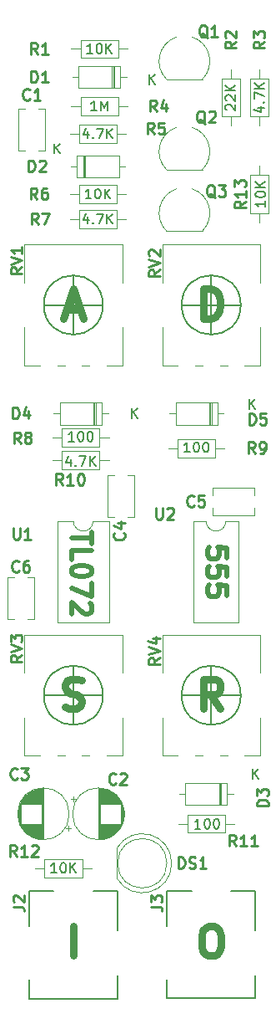
<source format=gto>
%TF.GenerationSoftware,KiCad,Pcbnew,(6.0.1)*%
%TF.CreationDate,2023-01-30T11:27:30-05:00*%
%TF.ProjectId,ER-ADSR-555-01,45522d41-4453-4522-9d35-35352d30312e,3*%
%TF.SameCoordinates,Original*%
%TF.FileFunction,Legend,Top*%
%TF.FilePolarity,Positive*%
%FSLAX46Y46*%
G04 Gerber Fmt 4.6, Leading zero omitted, Abs format (unit mm)*
G04 Created by KiCad (PCBNEW (6.0.1)) date 2023-01-30 11:27:30*
%MOMM*%
%LPD*%
G01*
G04 APERTURE LIST*
%ADD10C,0.750000*%
%ADD11C,0.500000*%
%ADD12C,0.285750*%
%ADD13C,0.150000*%
%ADD14C,0.120000*%
%ADD15C,0.200000*%
G04 APERTURE END LIST*
D10*
X7000000Y-94857142D02*
X7000000Y-91857142D01*
X6285714Y-29500000D02*
X7714285Y-29500000D01*
X6000000Y-30357142D02*
X7000000Y-27357142D01*
X8000000Y-30357142D01*
X6142857Y-69714285D02*
X6571428Y-69857142D01*
X7285714Y-69857142D01*
X7571428Y-69714285D01*
X7714285Y-69571428D01*
X7857142Y-69285714D01*
X7857142Y-69000000D01*
X7714285Y-68714285D01*
X7571428Y-68571428D01*
X7285714Y-68428571D01*
X6714285Y-68285714D01*
X6428571Y-68142857D01*
X6285714Y-68000000D01*
X6142857Y-67714285D01*
X6142857Y-67428571D01*
X6285714Y-67142857D01*
X6428571Y-67000000D01*
X6714285Y-66857142D01*
X7428571Y-66857142D01*
X7857142Y-67000000D01*
X20714285Y-91857142D02*
X21285714Y-91857142D01*
X21571428Y-92000000D01*
X21857142Y-92285714D01*
X22000000Y-92857142D01*
X22000000Y-93857142D01*
X21857142Y-94428571D01*
X21571428Y-94714285D01*
X21285714Y-94857142D01*
X20714285Y-94857142D01*
X20428571Y-94714285D01*
X20142857Y-94428571D01*
X20000000Y-93857142D01*
X20000000Y-92857142D01*
X20142857Y-92285714D01*
X20428571Y-92000000D01*
X20714285Y-91857142D01*
X21928571Y-69857142D02*
X20928571Y-68428571D01*
X20214285Y-69857142D02*
X20214285Y-66857142D01*
X21357142Y-66857142D01*
X21642857Y-67000000D01*
X21785714Y-67142857D01*
X21928571Y-67428571D01*
X21928571Y-67857142D01*
X21785714Y-68142857D01*
X21642857Y-68285714D01*
X21357142Y-68428571D01*
X20214285Y-68428571D01*
D11*
X22595238Y-54571428D02*
X22595238Y-53619047D01*
X21642857Y-53523809D01*
X21738095Y-53619047D01*
X21833333Y-53809523D01*
X21833333Y-54285714D01*
X21738095Y-54476190D01*
X21642857Y-54571428D01*
X21452380Y-54666666D01*
X20976190Y-54666666D01*
X20785714Y-54571428D01*
X20690476Y-54476190D01*
X20595238Y-54285714D01*
X20595238Y-53809523D01*
X20690476Y-53619047D01*
X20785714Y-53523809D01*
X22595238Y-56476190D02*
X22595238Y-55523809D01*
X21642857Y-55428571D01*
X21738095Y-55523809D01*
X21833333Y-55714285D01*
X21833333Y-56190476D01*
X21738095Y-56380952D01*
X21642857Y-56476190D01*
X21452380Y-56571428D01*
X20976190Y-56571428D01*
X20785714Y-56476190D01*
X20690476Y-56380952D01*
X20595238Y-56190476D01*
X20595238Y-55714285D01*
X20690476Y-55523809D01*
X20785714Y-55428571D01*
X22595238Y-58380952D02*
X22595238Y-57428571D01*
X21642857Y-57333333D01*
X21738095Y-57428571D01*
X21833333Y-57619047D01*
X21833333Y-58095238D01*
X21738095Y-58285714D01*
X21642857Y-58380952D01*
X21452380Y-58476190D01*
X20976190Y-58476190D01*
X20785714Y-58380952D01*
X20690476Y-58285714D01*
X20595238Y-58095238D01*
X20595238Y-57619047D01*
X20690476Y-57428571D01*
X20785714Y-57333333D01*
D10*
X20214285Y-30357142D02*
X20214285Y-27357142D01*
X20928571Y-27357142D01*
X21357142Y-27500000D01*
X21642857Y-27785714D01*
X21785714Y-28071428D01*
X21928571Y-28642857D01*
X21928571Y-29071428D01*
X21785714Y-29642857D01*
X21642857Y-29928571D01*
X21357142Y-30214285D01*
X20928571Y-30357142D01*
X20214285Y-30357142D01*
D11*
X8845238Y-52011904D02*
X8845238Y-53154761D01*
X6845238Y-52583333D02*
X8845238Y-52583333D01*
X6845238Y-54773809D02*
X6845238Y-53821428D01*
X8845238Y-53821428D01*
X8845238Y-55821428D02*
X8845238Y-56011904D01*
X8750000Y-56202380D01*
X8654761Y-56297619D01*
X8464285Y-56392857D01*
X8083333Y-56488095D01*
X7607142Y-56488095D01*
X7226190Y-56392857D01*
X7035714Y-56297619D01*
X6940476Y-56202380D01*
X6845238Y-56011904D01*
X6845238Y-55821428D01*
X6940476Y-55630952D01*
X7035714Y-55535714D01*
X7226190Y-55440476D01*
X7607142Y-55345238D01*
X8083333Y-55345238D01*
X8464285Y-55440476D01*
X8654761Y-55535714D01*
X8750000Y-55630952D01*
X8845238Y-55821428D01*
X8845238Y-57154761D02*
X8845238Y-58488095D01*
X6845238Y-57630952D01*
X8654761Y-59154761D02*
X8750000Y-59250000D01*
X8845238Y-59440476D01*
X8845238Y-59916666D01*
X8750000Y-60107142D01*
X8654761Y-60202380D01*
X8464285Y-60297619D01*
X8273809Y-60297619D01*
X7988095Y-60202380D01*
X6845238Y-59059523D01*
X6845238Y-60297619D01*
D12*
%TO.C,D5*%
X24861157Y-41106271D02*
X24861157Y-39963271D01*
X25133300Y-39963271D01*
X25296585Y-40017700D01*
X25405442Y-40126557D01*
X25459871Y-40235414D01*
X25514300Y-40453128D01*
X25514300Y-40616414D01*
X25459871Y-40834128D01*
X25405442Y-40942985D01*
X25296585Y-41051842D01*
X25133300Y-41106271D01*
X24861157Y-41106271D01*
X26548442Y-39963271D02*
X26004157Y-39963271D01*
X25949728Y-40507557D01*
X26004157Y-40453128D01*
X26113014Y-40398700D01*
X26385157Y-40398700D01*
X26494014Y-40453128D01*
X26548442Y-40507557D01*
X26602871Y-40616414D01*
X26602871Y-40888557D01*
X26548442Y-40997414D01*
X26494014Y-41051842D01*
X26385157Y-41106271D01*
X26113014Y-41106271D01*
X26004157Y-41051842D01*
X25949728Y-40997414D01*
D13*
X24884095Y-39517580D02*
X24884095Y-38517580D01*
X25455523Y-39517580D02*
X25026952Y-38946152D01*
X25455523Y-38517580D02*
X24884095Y-39089009D01*
D12*
%TO.C,RV3*%
X1767071Y-64430357D02*
X1222785Y-64811357D01*
X1767071Y-65083500D02*
X624071Y-65083500D01*
X624071Y-64648071D01*
X678500Y-64539214D01*
X732928Y-64484785D01*
X841785Y-64430357D01*
X1005071Y-64430357D01*
X1113928Y-64484785D01*
X1168357Y-64539214D01*
X1222785Y-64648071D01*
X1222785Y-65083500D01*
X624071Y-64103785D02*
X1767071Y-63722785D01*
X624071Y-63341785D01*
X624071Y-63069642D02*
X624071Y-62362071D01*
X1059500Y-62743071D01*
X1059500Y-62579785D01*
X1113928Y-62470928D01*
X1168357Y-62416500D01*
X1277214Y-62362071D01*
X1549357Y-62362071D01*
X1658214Y-62416500D01*
X1712642Y-62470928D01*
X1767071Y-62579785D01*
X1767071Y-62906357D01*
X1712642Y-63015214D01*
X1658214Y-63069642D01*
%TO.C,R3*%
X26425071Y-2348500D02*
X25880785Y-2729500D01*
X26425071Y-3001642D02*
X25282071Y-3001642D01*
X25282071Y-2566214D01*
X25336500Y-2457357D01*
X25390928Y-2402928D01*
X25499785Y-2348500D01*
X25663071Y-2348500D01*
X25771928Y-2402928D01*
X25826357Y-2457357D01*
X25880785Y-2566214D01*
X25880785Y-3001642D01*
X25282071Y-1967500D02*
X25282071Y-1259928D01*
X25717500Y-1640928D01*
X25717500Y-1477642D01*
X25771928Y-1368785D01*
X25826357Y-1314357D01*
X25935214Y-1259928D01*
X26207357Y-1259928D01*
X26316214Y-1314357D01*
X26370642Y-1368785D01*
X26425071Y-1477642D01*
X26425071Y-1804214D01*
X26370642Y-1913071D01*
X26316214Y-1967500D01*
D13*
X25693714Y-9023809D02*
X26360380Y-9023809D01*
X25312761Y-9261904D02*
X26027047Y-9500000D01*
X26027047Y-8880952D01*
X26265142Y-8500000D02*
X26312761Y-8452380D01*
X26360380Y-8500000D01*
X26312761Y-8547619D01*
X26265142Y-8500000D01*
X26360380Y-8500000D01*
X25360380Y-8119047D02*
X25360380Y-7452380D01*
X26360380Y-7880952D01*
X26360380Y-7071428D02*
X25360380Y-7071428D01*
X26360380Y-6500000D02*
X25788952Y-6928571D01*
X25360380Y-6500000D02*
X25931809Y-7071428D01*
D12*
%TO.C,D4*%
X832757Y-40496671D02*
X832757Y-39353671D01*
X1104900Y-39353671D01*
X1268185Y-39408100D01*
X1377042Y-39516957D01*
X1431471Y-39625814D01*
X1485900Y-39843528D01*
X1485900Y-40006814D01*
X1431471Y-40224528D01*
X1377042Y-40333385D01*
X1268185Y-40442242D01*
X1104900Y-40496671D01*
X832757Y-40496671D01*
X2465614Y-39734671D02*
X2465614Y-40496671D01*
X2193471Y-39299242D02*
X1921328Y-40115671D01*
X2628900Y-40115671D01*
D13*
X12946095Y-40431980D02*
X12946095Y-39431980D01*
X13517523Y-40431980D02*
X13088952Y-39860552D01*
X13517523Y-39431980D02*
X12946095Y-40003409D01*
D12*
%TO.C,Q2*%
X20391142Y-10625928D02*
X20282285Y-10571500D01*
X20173428Y-10462642D01*
X20010142Y-10299357D01*
X19901285Y-10244928D01*
X19792428Y-10244928D01*
X19846857Y-10517071D02*
X19738000Y-10462642D01*
X19629142Y-10353785D01*
X19574714Y-10136071D01*
X19574714Y-9755071D01*
X19629142Y-9537357D01*
X19738000Y-9428500D01*
X19846857Y-9374071D01*
X20064571Y-9374071D01*
X20173428Y-9428500D01*
X20282285Y-9537357D01*
X20336714Y-9755071D01*
X20336714Y-10136071D01*
X20282285Y-10353785D01*
X20173428Y-10462642D01*
X20064571Y-10517071D01*
X19846857Y-10517071D01*
X20772142Y-9482928D02*
X20826571Y-9428500D01*
X20935428Y-9374071D01*
X21207571Y-9374071D01*
X21316428Y-9428500D01*
X21370857Y-9482928D01*
X21425285Y-9591785D01*
X21425285Y-9700642D01*
X21370857Y-9863928D01*
X20717714Y-10517071D01*
X21425285Y-10517071D01*
%TO.C,C1*%
X2559500Y-8158214D02*
X2505071Y-8212642D01*
X2341785Y-8267071D01*
X2232928Y-8267071D01*
X2069642Y-8212642D01*
X1960785Y-8103785D01*
X1906357Y-7994928D01*
X1851928Y-7777214D01*
X1851928Y-7613928D01*
X1906357Y-7396214D01*
X1960785Y-7287357D01*
X2069642Y-7178500D01*
X2232928Y-7124071D01*
X2341785Y-7124071D01*
X2505071Y-7178500D01*
X2559500Y-7232928D01*
X3648071Y-8267071D02*
X2994928Y-8267071D01*
X3321500Y-8267071D02*
X3321500Y-7124071D01*
X3212642Y-7287357D01*
X3103785Y-7396214D01*
X2994928Y-7450642D01*
%TO.C,R7*%
X3406300Y-20840671D02*
X3025300Y-20296385D01*
X2753157Y-20840671D02*
X2753157Y-19697671D01*
X3188585Y-19697671D01*
X3297442Y-19752100D01*
X3351871Y-19806528D01*
X3406300Y-19915385D01*
X3406300Y-20078671D01*
X3351871Y-20187528D01*
X3297442Y-20241957D01*
X3188585Y-20296385D01*
X2753157Y-20296385D01*
X3787300Y-19697671D02*
X4549300Y-19697671D01*
X4059442Y-20840671D01*
D13*
X8476190Y-20105714D02*
X8476190Y-20772380D01*
X8238095Y-19724761D02*
X8000000Y-20439047D01*
X8619047Y-20439047D01*
X9000000Y-20677142D02*
X9047619Y-20724761D01*
X9000000Y-20772380D01*
X8952380Y-20724761D01*
X9000000Y-20677142D01*
X9000000Y-20772380D01*
X9380952Y-19772380D02*
X10047619Y-19772380D01*
X9619047Y-20772380D01*
X10428571Y-20772380D02*
X10428571Y-19772380D01*
X11000000Y-20772380D02*
X10571428Y-20200952D01*
X11000000Y-19772380D02*
X10428571Y-20343809D01*
D12*
%TO.C,R9*%
X25438100Y-44001871D02*
X25057100Y-43457585D01*
X24784957Y-44001871D02*
X24784957Y-42858871D01*
X25220385Y-42858871D01*
X25329242Y-42913300D01*
X25383671Y-42967728D01*
X25438100Y-43076585D01*
X25438100Y-43239871D01*
X25383671Y-43348728D01*
X25329242Y-43403157D01*
X25220385Y-43457585D01*
X24784957Y-43457585D01*
X25982385Y-44001871D02*
X26200100Y-44001871D01*
X26308957Y-43947442D01*
X26363385Y-43893014D01*
X26472242Y-43729728D01*
X26526671Y-43512014D01*
X26526671Y-43076585D01*
X26472242Y-42967728D01*
X26417814Y-42913300D01*
X26308957Y-42858871D01*
X26091242Y-42858871D01*
X25982385Y-42913300D01*
X25927957Y-42967728D01*
X25873528Y-43076585D01*
X25873528Y-43348728D01*
X25927957Y-43457585D01*
X25982385Y-43512014D01*
X26091242Y-43566442D01*
X26308957Y-43566442D01*
X26417814Y-43512014D01*
X26472242Y-43457585D01*
X26526671Y-43348728D01*
D13*
X18833333Y-43886380D02*
X18261904Y-43886380D01*
X18547619Y-43886380D02*
X18547619Y-42886380D01*
X18452380Y-43029238D01*
X18357142Y-43124476D01*
X18261904Y-43172095D01*
X19452380Y-42886380D02*
X19547619Y-42886380D01*
X19642857Y-42934000D01*
X19690476Y-42981619D01*
X19738095Y-43076857D01*
X19785714Y-43267333D01*
X19785714Y-43505428D01*
X19738095Y-43695904D01*
X19690476Y-43791142D01*
X19642857Y-43838761D01*
X19547619Y-43886380D01*
X19452380Y-43886380D01*
X19357142Y-43838761D01*
X19309523Y-43791142D01*
X19261904Y-43695904D01*
X19214285Y-43505428D01*
X19214285Y-43267333D01*
X19261904Y-43076857D01*
X19309523Y-42981619D01*
X19357142Y-42934000D01*
X19452380Y-42886380D01*
X20404761Y-42886380D02*
X20500000Y-42886380D01*
X20595238Y-42934000D01*
X20642857Y-42981619D01*
X20690476Y-43076857D01*
X20738095Y-43267333D01*
X20738095Y-43505428D01*
X20690476Y-43695904D01*
X20642857Y-43791142D01*
X20595238Y-43838761D01*
X20500000Y-43886380D01*
X20404761Y-43886380D01*
X20309523Y-43838761D01*
X20261904Y-43791142D01*
X20214285Y-43695904D01*
X20166666Y-43505428D01*
X20166666Y-43267333D01*
X20214285Y-43076857D01*
X20261904Y-42981619D01*
X20309523Y-42934000D01*
X20404761Y-42886380D01*
D12*
%TO.C,RV2*%
X15767071Y-25430357D02*
X15222785Y-25811357D01*
X15767071Y-26083500D02*
X14624071Y-26083500D01*
X14624071Y-25648071D01*
X14678500Y-25539214D01*
X14732928Y-25484785D01*
X14841785Y-25430357D01*
X15005071Y-25430357D01*
X15113928Y-25484785D01*
X15168357Y-25539214D01*
X15222785Y-25648071D01*
X15222785Y-26083500D01*
X14624071Y-25103785D02*
X15767071Y-24722785D01*
X14624071Y-24341785D01*
X14732928Y-24015214D02*
X14678500Y-23960785D01*
X14624071Y-23851928D01*
X14624071Y-23579785D01*
X14678500Y-23470928D01*
X14732928Y-23416500D01*
X14841785Y-23362071D01*
X14950642Y-23362071D01*
X15113928Y-23416500D01*
X15767071Y-24069642D01*
X15767071Y-23362071D01*
%TO.C,C2*%
X11309500Y-77408214D02*
X11255071Y-77462642D01*
X11091785Y-77517071D01*
X10982928Y-77517071D01*
X10819642Y-77462642D01*
X10710785Y-77353785D01*
X10656357Y-77244928D01*
X10601928Y-77027214D01*
X10601928Y-76863928D01*
X10656357Y-76646214D01*
X10710785Y-76537357D01*
X10819642Y-76428500D01*
X10982928Y-76374071D01*
X11091785Y-76374071D01*
X11255071Y-76428500D01*
X11309500Y-76482928D01*
X11744928Y-76482928D02*
X11799357Y-76428500D01*
X11908214Y-76374071D01*
X12180357Y-76374071D01*
X12289214Y-76428500D01*
X12343642Y-76482928D01*
X12398071Y-76591785D01*
X12398071Y-76700642D01*
X12343642Y-76863928D01*
X11690500Y-77517071D01*
X12398071Y-77517071D01*
%TO.C,R11*%
X23515213Y-83767061D02*
X23134213Y-83222775D01*
X22862070Y-83767061D02*
X22862070Y-82624061D01*
X23297499Y-82624061D01*
X23406356Y-82678490D01*
X23460784Y-82732918D01*
X23515213Y-82841775D01*
X23515213Y-83005061D01*
X23460784Y-83113918D01*
X23406356Y-83168347D01*
X23297499Y-83222775D01*
X22862070Y-83222775D01*
X24603784Y-83767061D02*
X23950641Y-83767061D01*
X24277213Y-83767061D02*
X24277213Y-82624061D01*
X24168356Y-82787347D01*
X24059499Y-82896204D01*
X23950641Y-82950632D01*
X25692356Y-83767061D02*
X25039213Y-83767061D01*
X25365784Y-83767061D02*
X25365784Y-82624061D01*
X25256927Y-82787347D01*
X25148070Y-82896204D01*
X25039213Y-82950632D01*
D13*
X19911333Y-82004380D02*
X19339904Y-82004380D01*
X19625619Y-82004380D02*
X19625619Y-81004380D01*
X19530380Y-81147238D01*
X19435142Y-81242476D01*
X19339904Y-81290095D01*
X20530380Y-81004380D02*
X20625619Y-81004380D01*
X20720857Y-81052000D01*
X20768476Y-81099619D01*
X20816095Y-81194857D01*
X20863714Y-81385333D01*
X20863714Y-81623428D01*
X20816095Y-81813904D01*
X20768476Y-81909142D01*
X20720857Y-81956761D01*
X20625619Y-82004380D01*
X20530380Y-82004380D01*
X20435142Y-81956761D01*
X20387523Y-81909142D01*
X20339904Y-81813904D01*
X20292285Y-81623428D01*
X20292285Y-81385333D01*
X20339904Y-81194857D01*
X20387523Y-81099619D01*
X20435142Y-81052000D01*
X20530380Y-81004380D01*
X21482761Y-81004380D02*
X21578000Y-81004380D01*
X21673238Y-81052000D01*
X21720857Y-81099619D01*
X21768476Y-81194857D01*
X21816095Y-81385333D01*
X21816095Y-81623428D01*
X21768476Y-81813904D01*
X21720857Y-81909142D01*
X21673238Y-81956761D01*
X21578000Y-82004380D01*
X21482761Y-82004380D01*
X21387523Y-81956761D01*
X21339904Y-81909142D01*
X21292285Y-81813904D01*
X21244666Y-81623428D01*
X21244666Y-81385333D01*
X21292285Y-81194857D01*
X21339904Y-81099619D01*
X21387523Y-81052000D01*
X21482761Y-81004380D01*
D12*
%TO.C,DS1*%
X17662071Y-86017078D02*
X17662071Y-84874078D01*
X17934214Y-84874078D01*
X18097500Y-84928507D01*
X18206357Y-85037364D01*
X18260785Y-85146221D01*
X18315214Y-85363935D01*
X18315214Y-85527221D01*
X18260785Y-85744935D01*
X18206357Y-85853792D01*
X18097500Y-85962649D01*
X17934214Y-86017078D01*
X17662071Y-86017078D01*
X18750642Y-85962649D02*
X18913928Y-86017078D01*
X19186071Y-86017078D01*
X19294928Y-85962649D01*
X19349357Y-85908221D01*
X19403785Y-85799364D01*
X19403785Y-85690507D01*
X19349357Y-85581649D01*
X19294928Y-85527221D01*
X19186071Y-85472792D01*
X18968357Y-85418364D01*
X18859500Y-85363935D01*
X18805071Y-85309507D01*
X18750642Y-85200649D01*
X18750642Y-85091792D01*
X18805071Y-84982935D01*
X18859500Y-84928507D01*
X18968357Y-84874078D01*
X19240500Y-84874078D01*
X19403785Y-84928507D01*
X20492357Y-86017078D02*
X19839214Y-86017078D01*
X20165785Y-86017078D02*
X20165785Y-84874078D01*
X20056928Y-85037364D01*
X19948071Y-85146221D01*
X19839214Y-85200649D01*
%TO.C,RV1*%
X1767071Y-25180357D02*
X1222785Y-25561357D01*
X1767071Y-25833500D02*
X624071Y-25833500D01*
X624071Y-25398071D01*
X678500Y-25289214D01*
X732928Y-25234785D01*
X841785Y-25180357D01*
X1005071Y-25180357D01*
X1113928Y-25234785D01*
X1168357Y-25289214D01*
X1222785Y-25398071D01*
X1222785Y-25833500D01*
X624071Y-24853785D02*
X1767071Y-24472785D01*
X624071Y-24091785D01*
X1767071Y-23112071D02*
X1767071Y-23765214D01*
X1767071Y-23438642D02*
X624071Y-23438642D01*
X787357Y-23547500D01*
X896214Y-23656357D01*
X950642Y-23765214D01*
%TO.C,D3*%
X26784671Y-79711242D02*
X25641671Y-79711242D01*
X25641671Y-79439100D01*
X25696100Y-79275814D01*
X25804957Y-79166957D01*
X25913814Y-79112528D01*
X26131528Y-79058100D01*
X26294814Y-79058100D01*
X26512528Y-79112528D01*
X26621385Y-79166957D01*
X26730242Y-79275814D01*
X26784671Y-79439100D01*
X26784671Y-79711242D01*
X25641671Y-78677100D02*
X25641671Y-77969528D01*
X26077100Y-78350528D01*
X26077100Y-78187242D01*
X26131528Y-78078385D01*
X26185957Y-78023957D01*
X26294814Y-77969528D01*
X26566957Y-77969528D01*
X26675814Y-78023957D01*
X26730242Y-78078385D01*
X26784671Y-78187242D01*
X26784671Y-78513814D01*
X26730242Y-78622671D01*
X26675814Y-78677100D01*
D13*
X25238095Y-76952380D02*
X25238095Y-75952380D01*
X25809523Y-76952380D02*
X25380952Y-76380952D01*
X25809523Y-75952380D02*
X25238095Y-76523809D01*
D12*
%TO.C,J3*%
X14874071Y-89881000D02*
X15690500Y-89881000D01*
X15853785Y-89935428D01*
X15962642Y-90044285D01*
X16017071Y-90207571D01*
X16017071Y-90316428D01*
X14874071Y-89445571D02*
X14874071Y-88738000D01*
X15309500Y-89119000D01*
X15309500Y-88955714D01*
X15363928Y-88846857D01*
X15418357Y-88792428D01*
X15527214Y-88738000D01*
X15799357Y-88738000D01*
X15908214Y-88792428D01*
X15962642Y-88846857D01*
X16017071Y-88955714D01*
X16017071Y-89282285D01*
X15962642Y-89391142D01*
X15908214Y-89445571D01*
%TO.C,R1*%
X3365500Y-3605071D02*
X2984500Y-3060785D01*
X2712357Y-3605071D02*
X2712357Y-2462071D01*
X3147785Y-2462071D01*
X3256642Y-2516500D01*
X3311071Y-2570928D01*
X3365500Y-2679785D01*
X3365500Y-2843071D01*
X3311071Y-2951928D01*
X3256642Y-3006357D01*
X3147785Y-3060785D01*
X2712357Y-3060785D01*
X4454071Y-3605071D02*
X3800928Y-3605071D01*
X4127500Y-3605071D02*
X4127500Y-2462071D01*
X4018642Y-2625357D01*
X3909785Y-2734214D01*
X3800928Y-2788642D01*
D13*
X8961523Y-3540380D02*
X8390095Y-3540380D01*
X8675809Y-3540380D02*
X8675809Y-2540380D01*
X8580571Y-2683238D01*
X8485333Y-2778476D01*
X8390095Y-2826095D01*
X9580571Y-2540380D02*
X9675809Y-2540380D01*
X9771047Y-2588000D01*
X9818666Y-2635619D01*
X9866285Y-2730857D01*
X9913904Y-2921333D01*
X9913904Y-3159428D01*
X9866285Y-3349904D01*
X9818666Y-3445142D01*
X9771047Y-3492761D01*
X9675809Y-3540380D01*
X9580571Y-3540380D01*
X9485333Y-3492761D01*
X9437714Y-3445142D01*
X9390095Y-3349904D01*
X9342476Y-3159428D01*
X9342476Y-2921333D01*
X9390095Y-2730857D01*
X9437714Y-2635619D01*
X9485333Y-2588000D01*
X9580571Y-2540380D01*
X10342476Y-3540380D02*
X10342476Y-2540380D01*
X10913904Y-3540380D02*
X10485333Y-2968952D01*
X10913904Y-2540380D02*
X10342476Y-3111809D01*
D12*
%TO.C,Q1*%
X20617542Y-1946728D02*
X20508685Y-1892300D01*
X20399828Y-1783442D01*
X20236542Y-1620157D01*
X20127685Y-1565728D01*
X20018828Y-1565728D01*
X20073257Y-1837871D02*
X19964400Y-1783442D01*
X19855542Y-1674585D01*
X19801114Y-1456871D01*
X19801114Y-1075871D01*
X19855542Y-858157D01*
X19964400Y-749300D01*
X20073257Y-694871D01*
X20290971Y-694871D01*
X20399828Y-749300D01*
X20508685Y-858157D01*
X20563114Y-1075871D01*
X20563114Y-1456871D01*
X20508685Y-1674585D01*
X20399828Y-1783442D01*
X20290971Y-1837871D01*
X20073257Y-1837871D01*
X21651685Y-1837871D02*
X20998542Y-1837871D01*
X21325114Y-1837871D02*
X21325114Y-694871D01*
X21216257Y-858157D01*
X21107400Y-967014D01*
X20998542Y-1021442D01*
%TO.C,R4*%
X15430500Y-9407071D02*
X15049500Y-8862785D01*
X14777357Y-9407071D02*
X14777357Y-8264071D01*
X15212785Y-8264071D01*
X15321642Y-8318500D01*
X15376071Y-8372928D01*
X15430500Y-8481785D01*
X15430500Y-8645071D01*
X15376071Y-8753928D01*
X15321642Y-8808357D01*
X15212785Y-8862785D01*
X14777357Y-8862785D01*
X16410214Y-8645071D02*
X16410214Y-9407071D01*
X16138071Y-8209642D02*
X15865928Y-9026071D01*
X16573500Y-9026071D01*
D13*
X9366285Y-9342380D02*
X8794857Y-9342380D01*
X9080571Y-9342380D02*
X9080571Y-8342380D01*
X8985333Y-8485238D01*
X8890095Y-8580476D01*
X8794857Y-8628095D01*
X9794857Y-9342380D02*
X9794857Y-8342380D01*
X10128190Y-9056666D01*
X10461523Y-8342380D01*
X10461523Y-9342380D01*
D12*
%TO.C,U2*%
X15385142Y-49539071D02*
X15385142Y-50464357D01*
X15439571Y-50573214D01*
X15494000Y-50627642D01*
X15602857Y-50682071D01*
X15820571Y-50682071D01*
X15929428Y-50627642D01*
X15983857Y-50573214D01*
X16038285Y-50464357D01*
X16038285Y-49539071D01*
X16528142Y-49647928D02*
X16582571Y-49593500D01*
X16691428Y-49539071D01*
X16963571Y-49539071D01*
X17072428Y-49593500D01*
X17126857Y-49647928D01*
X17181285Y-49756785D01*
X17181285Y-49865642D01*
X17126857Y-50028928D01*
X16473714Y-50682071D01*
X17181285Y-50682071D01*
%TO.C,D2*%
X2458357Y-15503071D02*
X2458357Y-14360071D01*
X2730500Y-14360071D01*
X2893785Y-14414500D01*
X3002642Y-14523357D01*
X3057071Y-14632214D01*
X3111500Y-14849928D01*
X3111500Y-15013214D01*
X3057071Y-15230928D01*
X3002642Y-15339785D01*
X2893785Y-15448642D01*
X2730500Y-15503071D01*
X2458357Y-15503071D01*
X3546928Y-14468928D02*
X3601357Y-14414500D01*
X3710214Y-14360071D01*
X3982357Y-14360071D01*
X4091214Y-14414500D01*
X4145642Y-14468928D01*
X4200071Y-14577785D01*
X4200071Y-14686642D01*
X4145642Y-14849928D01*
X3492500Y-15503071D01*
X4200071Y-15503071D01*
D13*
X5072095Y-13660380D02*
X5072095Y-12660380D01*
X5643523Y-13660380D02*
X5214952Y-13088952D01*
X5643523Y-12660380D02*
X5072095Y-13231809D01*
D12*
%TO.C,C3*%
X1309500Y-76908214D02*
X1255071Y-76962642D01*
X1091785Y-77017071D01*
X982928Y-77017071D01*
X819642Y-76962642D01*
X710785Y-76853785D01*
X656357Y-76744928D01*
X601928Y-76527214D01*
X601928Y-76363928D01*
X656357Y-76146214D01*
X710785Y-76037357D01*
X819642Y-75928500D01*
X982928Y-75874071D01*
X1091785Y-75874071D01*
X1255071Y-75928500D01*
X1309500Y-75982928D01*
X1690500Y-75874071D02*
X2398071Y-75874071D01*
X2017071Y-76309500D01*
X2180357Y-76309500D01*
X2289214Y-76363928D01*
X2343642Y-76418357D01*
X2398071Y-76527214D01*
X2398071Y-76799357D01*
X2343642Y-76908214D01*
X2289214Y-76962642D01*
X2180357Y-77017071D01*
X1853785Y-77017071D01*
X1744928Y-76962642D01*
X1690500Y-76908214D01*
%TO.C,R13*%
X24505070Y-18514785D02*
X23960784Y-18895785D01*
X24505070Y-19167928D02*
X23362070Y-19167928D01*
X23362070Y-18732500D01*
X23416499Y-18623642D01*
X23470927Y-18569214D01*
X23579784Y-18514785D01*
X23743070Y-18514785D01*
X23851927Y-18569214D01*
X23906356Y-18623642D01*
X23960784Y-18732500D01*
X23960784Y-19167928D01*
X24505070Y-17426214D02*
X24505070Y-18079357D01*
X24505070Y-17752785D02*
X23362070Y-17752785D01*
X23525356Y-17861642D01*
X23634213Y-17970500D01*
X23688641Y-18079357D01*
X23362070Y-17045214D02*
X23362070Y-16337642D01*
X23797499Y-16718642D01*
X23797499Y-16555357D01*
X23851927Y-16446500D01*
X23906356Y-16392071D01*
X24015213Y-16337642D01*
X24287356Y-16337642D01*
X24396213Y-16392071D01*
X24450641Y-16446500D01*
X24505070Y-16555357D01*
X24505070Y-16881928D01*
X24450641Y-16990785D01*
X24396213Y-17045214D01*
D13*
X26487380Y-18470476D02*
X26487380Y-19041904D01*
X26487380Y-18756190D02*
X25487380Y-18756190D01*
X25630238Y-18851428D01*
X25725476Y-18946666D01*
X25773095Y-19041904D01*
X25487380Y-17851428D02*
X25487380Y-17756190D01*
X25535000Y-17660952D01*
X25582619Y-17613333D01*
X25677857Y-17565714D01*
X25868333Y-17518095D01*
X26106428Y-17518095D01*
X26296904Y-17565714D01*
X26392142Y-17613333D01*
X26439761Y-17660952D01*
X26487380Y-17756190D01*
X26487380Y-17851428D01*
X26439761Y-17946666D01*
X26392142Y-17994285D01*
X26296904Y-18041904D01*
X26106428Y-18089523D01*
X25868333Y-18089523D01*
X25677857Y-18041904D01*
X25582619Y-17994285D01*
X25535000Y-17946666D01*
X25487380Y-17851428D01*
X26487380Y-17089523D02*
X25487380Y-17089523D01*
X26487380Y-16518095D02*
X25915952Y-16946666D01*
X25487380Y-16518095D02*
X26058809Y-17089523D01*
D12*
%TO.C,R2*%
X23517071Y-2348500D02*
X22972785Y-2729500D01*
X23517071Y-3001642D02*
X22374071Y-3001642D01*
X22374071Y-2566214D01*
X22428500Y-2457357D01*
X22482928Y-2402928D01*
X22591785Y-2348500D01*
X22755071Y-2348500D01*
X22863928Y-2402928D01*
X22918357Y-2457357D01*
X22972785Y-2566214D01*
X22972785Y-3001642D01*
X22482928Y-1913071D02*
X22428500Y-1858642D01*
X22374071Y-1749785D01*
X22374071Y-1477642D01*
X22428500Y-1368785D01*
X22482928Y-1314357D01*
X22591785Y-1259928D01*
X22700642Y-1259928D01*
X22863928Y-1314357D01*
X23517071Y-1967500D01*
X23517071Y-1259928D01*
D13*
X22547619Y-9261904D02*
X22500000Y-9214285D01*
X22452380Y-9119047D01*
X22452380Y-8880952D01*
X22500000Y-8785714D01*
X22547619Y-8738095D01*
X22642857Y-8690476D01*
X22738095Y-8690476D01*
X22880952Y-8738095D01*
X23452380Y-9309523D01*
X23452380Y-8690476D01*
X22547619Y-8309523D02*
X22500000Y-8261904D01*
X22452380Y-8166666D01*
X22452380Y-7928571D01*
X22500000Y-7833333D01*
X22547619Y-7785714D01*
X22642857Y-7738095D01*
X22738095Y-7738095D01*
X22880952Y-7785714D01*
X23452380Y-8357142D01*
X23452380Y-7738095D01*
X23452380Y-7309523D02*
X22452380Y-7309523D01*
X23452380Y-6738095D02*
X22880952Y-7166666D01*
X22452380Y-6738095D02*
X23023809Y-7309523D01*
D12*
%TO.C,J2*%
X874070Y-89880999D02*
X1690499Y-89880999D01*
X1853784Y-89935427D01*
X1962641Y-90044284D01*
X2017070Y-90207570D01*
X2017070Y-90316427D01*
X982927Y-89391141D02*
X928499Y-89336713D01*
X874070Y-89227856D01*
X874070Y-88955713D01*
X928499Y-88846856D01*
X982927Y-88792427D01*
X1091784Y-88737999D01*
X1200641Y-88737999D01*
X1363927Y-88792427D01*
X2017070Y-89445570D01*
X2017070Y-88737999D01*
%TO.C,C5*%
X19240500Y-49303214D02*
X19186071Y-49357642D01*
X19022785Y-49412071D01*
X18913928Y-49412071D01*
X18750642Y-49357642D01*
X18641785Y-49248785D01*
X18587357Y-49139928D01*
X18532928Y-48922214D01*
X18532928Y-48758928D01*
X18587357Y-48541214D01*
X18641785Y-48432357D01*
X18750642Y-48323500D01*
X18913928Y-48269071D01*
X19022785Y-48269071D01*
X19186071Y-48323500D01*
X19240500Y-48377928D01*
X20274642Y-48269071D02*
X19730357Y-48269071D01*
X19675928Y-48813357D01*
X19730357Y-48758928D01*
X19839214Y-48704500D01*
X20111357Y-48704500D01*
X20220214Y-48758928D01*
X20274642Y-48813357D01*
X20329071Y-48922214D01*
X20329071Y-49194357D01*
X20274642Y-49303214D01*
X20220214Y-49357642D01*
X20111357Y-49412071D01*
X19839214Y-49412071D01*
X19730357Y-49357642D01*
X19675928Y-49303214D01*
%TO.C,R10*%
X5920014Y-47202271D02*
X5539014Y-46657985D01*
X5266871Y-47202271D02*
X5266871Y-46059271D01*
X5702300Y-46059271D01*
X5811157Y-46113700D01*
X5865585Y-46168128D01*
X5920014Y-46276985D01*
X5920014Y-46440271D01*
X5865585Y-46549128D01*
X5811157Y-46603557D01*
X5702300Y-46657985D01*
X5266871Y-46657985D01*
X7008585Y-47202271D02*
X6355442Y-47202271D01*
X6682014Y-47202271D02*
X6682014Y-46059271D01*
X6573157Y-46222557D01*
X6464300Y-46331414D01*
X6355442Y-46385842D01*
X7716157Y-46059271D02*
X7825014Y-46059271D01*
X7933871Y-46113700D01*
X7988300Y-46168128D01*
X8042728Y-46276985D01*
X8097157Y-46494700D01*
X8097157Y-46766842D01*
X8042728Y-46984557D01*
X7988300Y-47093414D01*
X7933871Y-47147842D01*
X7825014Y-47202271D01*
X7716157Y-47202271D01*
X7607300Y-47147842D01*
X7552871Y-47093414D01*
X7498442Y-46984557D01*
X7444014Y-46766842D01*
X7444014Y-46494700D01*
X7498442Y-46276985D01*
X7552871Y-46168128D01*
X7607300Y-46113700D01*
X7716157Y-46059271D01*
D13*
X6726190Y-44645714D02*
X6726190Y-45312380D01*
X6488095Y-44264761D02*
X6250000Y-44979047D01*
X6869047Y-44979047D01*
X7250000Y-45217142D02*
X7297619Y-45264761D01*
X7250000Y-45312380D01*
X7202380Y-45264761D01*
X7250000Y-45217142D01*
X7250000Y-45312380D01*
X7630952Y-44312380D02*
X8297619Y-44312380D01*
X7869047Y-45312380D01*
X8678571Y-45312380D02*
X8678571Y-44312380D01*
X9250000Y-45312380D02*
X8821428Y-44740952D01*
X9250000Y-44312380D02*
X8678571Y-44883809D01*
D12*
%TO.C,C4*%
X12117614Y-52057290D02*
X12172042Y-52111718D01*
X12226471Y-52275004D01*
X12226471Y-52383861D01*
X12172042Y-52547147D01*
X12063185Y-52656004D01*
X11954328Y-52710432D01*
X11736614Y-52764861D01*
X11573328Y-52764861D01*
X11355614Y-52710432D01*
X11246757Y-52656004D01*
X11137900Y-52547147D01*
X11083471Y-52383861D01*
X11083471Y-52275004D01*
X11137900Y-52111718D01*
X11192328Y-52057290D01*
X11464471Y-51077575D02*
X12226471Y-51077575D01*
X11029042Y-51349718D02*
X11845471Y-51621861D01*
X11845471Y-50914290D01*
%TO.C,R12*%
X1246414Y-84794271D02*
X865414Y-84249985D01*
X593271Y-84794271D02*
X593271Y-83651271D01*
X1028700Y-83651271D01*
X1137557Y-83705700D01*
X1191985Y-83760128D01*
X1246414Y-83868985D01*
X1246414Y-84032271D01*
X1191985Y-84141128D01*
X1137557Y-84195557D01*
X1028700Y-84249985D01*
X593271Y-84249985D01*
X2334985Y-84794271D02*
X1681842Y-84794271D01*
X2008414Y-84794271D02*
X2008414Y-83651271D01*
X1899557Y-83814557D01*
X1790700Y-83923414D01*
X1681842Y-83977842D01*
X2770414Y-83760128D02*
X2824842Y-83705700D01*
X2933700Y-83651271D01*
X3205842Y-83651271D01*
X3314700Y-83705700D01*
X3369128Y-83760128D01*
X3423557Y-83868985D01*
X3423557Y-83977842D01*
X3369128Y-84141128D01*
X2715985Y-84794271D01*
X3423557Y-84794271D01*
D13*
X5309523Y-86452380D02*
X4738095Y-86452380D01*
X5023809Y-86452380D02*
X5023809Y-85452380D01*
X4928571Y-85595238D01*
X4833333Y-85690476D01*
X4738095Y-85738095D01*
X5928571Y-85452380D02*
X6023809Y-85452380D01*
X6119047Y-85500000D01*
X6166666Y-85547619D01*
X6214285Y-85642857D01*
X6261904Y-85833333D01*
X6261904Y-86071428D01*
X6214285Y-86261904D01*
X6166666Y-86357142D01*
X6119047Y-86404761D01*
X6023809Y-86452380D01*
X5928571Y-86452380D01*
X5833333Y-86404761D01*
X5785714Y-86357142D01*
X5738095Y-86261904D01*
X5690476Y-86071428D01*
X5690476Y-85833333D01*
X5738095Y-85642857D01*
X5785714Y-85547619D01*
X5833333Y-85500000D01*
X5928571Y-85452380D01*
X6690476Y-86452380D02*
X6690476Y-85452380D01*
X7261904Y-86452380D02*
X6833333Y-85880952D01*
X7261904Y-85452380D02*
X6690476Y-86023809D01*
D12*
%TO.C,D1*%
X2712357Y-6460671D02*
X2712357Y-5317671D01*
X2984500Y-5317671D01*
X3147785Y-5372100D01*
X3256642Y-5480957D01*
X3311071Y-5589814D01*
X3365500Y-5807528D01*
X3365500Y-5970814D01*
X3311071Y-6188528D01*
X3256642Y-6297385D01*
X3147785Y-6406242D01*
X2984500Y-6460671D01*
X2712357Y-6460671D01*
X4454071Y-6460671D02*
X3800928Y-6460671D01*
X4127500Y-6460671D02*
X4127500Y-5317671D01*
X4018642Y-5480957D01*
X3909785Y-5589814D01*
X3800928Y-5644242D01*
D13*
X14724095Y-6649980D02*
X14724095Y-5649980D01*
X15295523Y-6649980D02*
X14866952Y-6078552D01*
X15295523Y-5649980D02*
X14724095Y-6221409D01*
D12*
%TO.C,U1*%
X907142Y-51571071D02*
X907142Y-52496357D01*
X961571Y-52605214D01*
X1016000Y-52659642D01*
X1124857Y-52714071D01*
X1342571Y-52714071D01*
X1451428Y-52659642D01*
X1505857Y-52605214D01*
X1560285Y-52496357D01*
X1560285Y-51571071D01*
X2703285Y-52714071D02*
X2050142Y-52714071D01*
X2376714Y-52714071D02*
X2376714Y-51571071D01*
X2267857Y-51734357D01*
X2159000Y-51843214D01*
X2050142Y-51897642D01*
%TO.C,R8*%
X1638300Y-43017471D02*
X1257300Y-42473185D01*
X985157Y-43017471D02*
X985157Y-41874471D01*
X1420585Y-41874471D01*
X1529442Y-41928900D01*
X1583871Y-41983328D01*
X1638300Y-42092185D01*
X1638300Y-42255471D01*
X1583871Y-42364328D01*
X1529442Y-42418757D01*
X1420585Y-42473185D01*
X985157Y-42473185D01*
X2291442Y-42364328D02*
X2182585Y-42309900D01*
X2128157Y-42255471D01*
X2073728Y-42146614D01*
X2073728Y-42092185D01*
X2128157Y-41983328D01*
X2182585Y-41928900D01*
X2291442Y-41874471D01*
X2509157Y-41874471D01*
X2618014Y-41928900D01*
X2672442Y-41983328D01*
X2726871Y-42092185D01*
X2726871Y-42146614D01*
X2672442Y-42255471D01*
X2618014Y-42309900D01*
X2509157Y-42364328D01*
X2291442Y-42364328D01*
X2182585Y-42418757D01*
X2128157Y-42473185D01*
X2073728Y-42582042D01*
X2073728Y-42799757D01*
X2128157Y-42908614D01*
X2182585Y-42963042D01*
X2291442Y-43017471D01*
X2509157Y-43017471D01*
X2618014Y-42963042D01*
X2672442Y-42908614D01*
X2726871Y-42799757D01*
X2726871Y-42582042D01*
X2672442Y-42473185D01*
X2618014Y-42418757D01*
X2509157Y-42364328D01*
D13*
X7083333Y-42800380D02*
X6511904Y-42800380D01*
X6797619Y-42800380D02*
X6797619Y-41800380D01*
X6702380Y-41943238D01*
X6607142Y-42038476D01*
X6511904Y-42086095D01*
X7702380Y-41800380D02*
X7797619Y-41800380D01*
X7892857Y-41848000D01*
X7940476Y-41895619D01*
X7988095Y-41990857D01*
X8035714Y-42181333D01*
X8035714Y-42419428D01*
X7988095Y-42609904D01*
X7940476Y-42705142D01*
X7892857Y-42752761D01*
X7797619Y-42800380D01*
X7702380Y-42800380D01*
X7607142Y-42752761D01*
X7559523Y-42705142D01*
X7511904Y-42609904D01*
X7464285Y-42419428D01*
X7464285Y-42181333D01*
X7511904Y-41990857D01*
X7559523Y-41895619D01*
X7607142Y-41848000D01*
X7702380Y-41800380D01*
X8654761Y-41800380D02*
X8750000Y-41800380D01*
X8845238Y-41848000D01*
X8892857Y-41895619D01*
X8940476Y-41990857D01*
X8988095Y-42181333D01*
X8988095Y-42419428D01*
X8940476Y-42609904D01*
X8892857Y-42705142D01*
X8845238Y-42752761D01*
X8750000Y-42800380D01*
X8654761Y-42800380D01*
X8559523Y-42752761D01*
X8511904Y-42705142D01*
X8464285Y-42609904D01*
X8416666Y-42419428D01*
X8416666Y-42181333D01*
X8464285Y-41990857D01*
X8511904Y-41895619D01*
X8559523Y-41848000D01*
X8654761Y-41800380D01*
D12*
%TO.C,Q3*%
X21391142Y-18125928D02*
X21282285Y-18071500D01*
X21173428Y-17962642D01*
X21010142Y-17799357D01*
X20901285Y-17744928D01*
X20792428Y-17744928D01*
X20846857Y-18017071D02*
X20738000Y-17962642D01*
X20629142Y-17853785D01*
X20574714Y-17636071D01*
X20574714Y-17255071D01*
X20629142Y-17037357D01*
X20738000Y-16928500D01*
X20846857Y-16874071D01*
X21064571Y-16874071D01*
X21173428Y-16928500D01*
X21282285Y-17037357D01*
X21336714Y-17255071D01*
X21336714Y-17636071D01*
X21282285Y-17853785D01*
X21173428Y-17962642D01*
X21064571Y-18017071D01*
X20846857Y-18017071D01*
X21717714Y-16874071D02*
X22425285Y-16874071D01*
X22044285Y-17309500D01*
X22207571Y-17309500D01*
X22316428Y-17363928D01*
X22370857Y-17418357D01*
X22425285Y-17527214D01*
X22425285Y-17799357D01*
X22370857Y-17908214D01*
X22316428Y-17962642D01*
X22207571Y-18017071D01*
X21881000Y-18017071D01*
X21772142Y-17962642D01*
X21717714Y-17908214D01*
%TO.C,C6*%
X1460500Y-55907224D02*
X1406071Y-55961652D01*
X1242785Y-56016081D01*
X1133928Y-56016081D01*
X970642Y-55961652D01*
X861785Y-55852795D01*
X807357Y-55743938D01*
X752928Y-55526224D01*
X752928Y-55362938D01*
X807357Y-55145224D01*
X861785Y-55036367D01*
X970642Y-54927510D01*
X1133928Y-54873081D01*
X1242785Y-54873081D01*
X1406071Y-54927510D01*
X1460500Y-54981938D01*
X2440214Y-54873081D02*
X2222500Y-54873081D01*
X2113642Y-54927510D01*
X2059214Y-54981938D01*
X1950357Y-55145224D01*
X1895928Y-55362938D01*
X1895928Y-55798367D01*
X1950357Y-55907224D01*
X2004785Y-55961652D01*
X2113642Y-56016081D01*
X2331357Y-56016081D01*
X2440214Y-55961652D01*
X2494642Y-55907224D01*
X2549071Y-55798367D01*
X2549071Y-55526224D01*
X2494642Y-55417367D01*
X2440214Y-55362938D01*
X2331357Y-55308510D01*
X2113642Y-55308510D01*
X2004785Y-55362938D01*
X1950357Y-55417367D01*
X1895928Y-55526224D01*
%TO.C,RV4*%
X15767071Y-64680357D02*
X15222785Y-65061357D01*
X15767071Y-65333500D02*
X14624071Y-65333500D01*
X14624071Y-64898071D01*
X14678500Y-64789214D01*
X14732928Y-64734785D01*
X14841785Y-64680357D01*
X15005071Y-64680357D01*
X15113928Y-64734785D01*
X15168357Y-64789214D01*
X15222785Y-64898071D01*
X15222785Y-65333500D01*
X14624071Y-64353785D02*
X15767071Y-63972785D01*
X14624071Y-63591785D01*
X15005071Y-62720928D02*
X15767071Y-62720928D01*
X14569642Y-62993071D02*
X15386071Y-63265214D01*
X15386071Y-62557642D01*
%TO.C,R5*%
X15176500Y-11693071D02*
X14795500Y-11148785D01*
X14523357Y-11693071D02*
X14523357Y-10550071D01*
X14958785Y-10550071D01*
X15067642Y-10604500D01*
X15122071Y-10658928D01*
X15176500Y-10767785D01*
X15176500Y-10931071D01*
X15122071Y-11039928D01*
X15067642Y-11094357D01*
X14958785Y-11148785D01*
X14523357Y-11148785D01*
X16210642Y-10550071D02*
X15666357Y-10550071D01*
X15611928Y-11094357D01*
X15666357Y-11039928D01*
X15775214Y-10985500D01*
X16047357Y-10985500D01*
X16156214Y-11039928D01*
X16210642Y-11094357D01*
X16265071Y-11203214D01*
X16265071Y-11475357D01*
X16210642Y-11584214D01*
X16156214Y-11638642D01*
X16047357Y-11693071D01*
X15775214Y-11693071D01*
X15666357Y-11638642D01*
X15611928Y-11584214D01*
D13*
X8476190Y-11469714D02*
X8476190Y-12136380D01*
X8238095Y-11088761D02*
X8000000Y-11803047D01*
X8619047Y-11803047D01*
X9000000Y-12041142D02*
X9047619Y-12088761D01*
X9000000Y-12136380D01*
X8952380Y-12088761D01*
X9000000Y-12041142D01*
X9000000Y-12136380D01*
X9380952Y-11136380D02*
X10047619Y-11136380D01*
X9619047Y-12136380D01*
X10428571Y-12136380D02*
X10428571Y-11136380D01*
X11000000Y-12136380D02*
X10571428Y-11564952D01*
X11000000Y-11136380D02*
X10428571Y-11707809D01*
D12*
%TO.C,R6*%
X3309501Y-18297070D02*
X2928501Y-17752784D01*
X2656358Y-18297070D02*
X2656358Y-17154070D01*
X3091786Y-17154070D01*
X3200643Y-17208499D01*
X3255072Y-17262927D01*
X3309501Y-17371784D01*
X3309501Y-17535070D01*
X3255072Y-17643927D01*
X3200643Y-17698356D01*
X3091786Y-17752784D01*
X2656358Y-17752784D01*
X4289215Y-17154070D02*
X4071501Y-17154070D01*
X3962643Y-17208499D01*
X3908215Y-17262927D01*
X3799358Y-17426213D01*
X3744929Y-17643927D01*
X3744929Y-18079356D01*
X3799358Y-18188213D01*
X3853786Y-18242641D01*
X3962643Y-18297070D01*
X4180358Y-18297070D01*
X4289215Y-18242641D01*
X4343643Y-18188213D01*
X4398072Y-18079356D01*
X4398072Y-17807213D01*
X4343643Y-17698356D01*
X4289215Y-17643927D01*
X4180358Y-17589499D01*
X3962643Y-17589499D01*
X3853786Y-17643927D01*
X3799358Y-17698356D01*
X3744929Y-17807213D01*
D13*
X8809523Y-18232380D02*
X8238095Y-18232380D01*
X8523809Y-18232380D02*
X8523809Y-17232380D01*
X8428571Y-17375238D01*
X8333333Y-17470476D01*
X8238095Y-17518095D01*
X9428571Y-17232380D02*
X9523809Y-17232380D01*
X9619047Y-17280000D01*
X9666666Y-17327619D01*
X9714285Y-17422857D01*
X9761904Y-17613333D01*
X9761904Y-17851428D01*
X9714285Y-18041904D01*
X9666666Y-18137142D01*
X9619047Y-18184761D01*
X9523809Y-18232380D01*
X9428571Y-18232380D01*
X9333333Y-18184761D01*
X9285714Y-18137142D01*
X9238095Y-18041904D01*
X9190476Y-17851428D01*
X9190476Y-17613333D01*
X9238095Y-17422857D01*
X9285714Y-17327619D01*
X9333333Y-17280000D01*
X9428571Y-17232380D01*
X10190476Y-18232380D02*
X10190476Y-17232380D01*
X10761904Y-18232380D02*
X10333333Y-17660952D01*
X10761904Y-17232380D02*
X10190476Y-17803809D01*
D14*
%TO.C,D5*%
X21620000Y-38880000D02*
X17380000Y-38880000D01*
X17380000Y-38880000D02*
X17380000Y-41120000D01*
X21020000Y-41120000D02*
X21020000Y-38880000D01*
X22270000Y-40000000D02*
X21620000Y-40000000D01*
X16730000Y-40000000D02*
X17380000Y-40000000D01*
X20900000Y-41120000D02*
X20900000Y-38880000D01*
X20780000Y-41120000D02*
X20780000Y-38880000D01*
X21620000Y-41120000D02*
X21620000Y-38880000D01*
X17380000Y-41120000D02*
X21620000Y-41120000D01*
%TO.C,RV3*%
X2030000Y-74620000D02*
X3629000Y-74620000D01*
D13*
X7000000Y-71500000D02*
X7000000Y-65500000D01*
D14*
X7871000Y-74620000D02*
X8630000Y-74620000D01*
X2030000Y-74620000D02*
X2030000Y-70755000D01*
X11970000Y-74620000D02*
X11970000Y-70755000D01*
X10370000Y-74620000D02*
X11970000Y-74620000D01*
X2030000Y-62380000D02*
X11970000Y-62380000D01*
X5371000Y-74620000D02*
X6130000Y-74620000D01*
X2030000Y-66245000D02*
X2030000Y-62380000D01*
D13*
X4000000Y-68500000D02*
X10000000Y-68500000D01*
D14*
X11970000Y-66245000D02*
X11970000Y-62380000D01*
D13*
X10000000Y-68500000D02*
G75*
G03*
X10000000Y-68500000I-3000000J0D01*
G01*
D14*
%TO.C,R3*%
X26828000Y-6080000D02*
X24988000Y-6080000D01*
X24988000Y-6080000D02*
X24988000Y-9920000D01*
X25908000Y-10870000D02*
X25908000Y-9920000D01*
X25908000Y-5130000D02*
X25908000Y-6080000D01*
X26828000Y-9920000D02*
X26828000Y-6080000D01*
X24988000Y-9920000D02*
X26828000Y-9920000D01*
%TO.C,D4*%
X9030000Y-41120000D02*
X9030000Y-38880000D01*
X9870000Y-38880000D02*
X5630000Y-38880000D01*
X10520000Y-40000000D02*
X9870000Y-40000000D01*
X5630000Y-41120000D02*
X9870000Y-41120000D01*
X9870000Y-41120000D02*
X9870000Y-38880000D01*
X5630000Y-38880000D02*
X5630000Y-41120000D01*
X9270000Y-41120000D02*
X9270000Y-38880000D01*
X4980000Y-40000000D02*
X5630000Y-40000000D01*
X9150000Y-41120000D02*
X9150000Y-38880000D01*
%TO.C,Q2*%
X16488000Y-15324000D02*
X20088000Y-15324000D01*
X20096444Y-15301683D02*
G75*
G03*
X19068000Y-11024000I-1808445J1827683D01*
G01*
X17468000Y-11024000D02*
G75*
G03*
X16476125Y-15315741I820000J-2450000D01*
G01*
%TO.C,C1*%
X4120000Y-9130000D02*
X4120000Y-13370000D01*
X1380000Y-9130000D02*
X1380000Y-13370000D01*
X4120000Y-13370000D02*
X3415000Y-13370000D01*
X4120000Y-9130000D02*
X3415000Y-9130000D01*
X2085000Y-9130000D02*
X1380000Y-9130000D01*
X2085000Y-13370000D02*
X1380000Y-13370000D01*
%TO.C,R7*%
X7580000Y-19400000D02*
X7580000Y-21240000D01*
X12370000Y-20320000D02*
X11420000Y-20320000D01*
X11420000Y-19400000D02*
X7580000Y-19400000D01*
X6630000Y-20320000D02*
X7580000Y-20320000D01*
X7580000Y-21240000D02*
X11420000Y-21240000D01*
X11420000Y-21240000D02*
X11420000Y-19400000D01*
%TO.C,R9*%
X16630000Y-43500000D02*
X17580000Y-43500000D01*
X21420000Y-42580000D02*
X17580000Y-42580000D01*
X17580000Y-42580000D02*
X17580000Y-44420000D01*
X22370000Y-43500000D02*
X21420000Y-43500000D01*
X17580000Y-44420000D02*
X21420000Y-44420000D01*
X21420000Y-44420000D02*
X21420000Y-42580000D01*
%TO.C,RV2*%
X16030000Y-35120000D02*
X17629000Y-35120000D01*
X21871000Y-35120000D02*
X22630000Y-35120000D01*
X16030000Y-26745000D02*
X16030000Y-22880000D01*
D13*
X21000000Y-32000000D02*
X21000000Y-26000000D01*
D14*
X25970000Y-35120000D02*
X25970000Y-31255000D01*
X16030000Y-22880000D02*
X25970000Y-22880000D01*
X25970000Y-26745000D02*
X25970000Y-22880000D01*
X16030000Y-35120000D02*
X16030000Y-31255000D01*
D13*
X18000000Y-29000000D02*
X24000000Y-29000000D01*
D14*
X19371000Y-35120000D02*
X20130000Y-35120000D01*
X24370000Y-35120000D02*
X25970000Y-35120000D01*
D13*
X24000000Y-29000000D02*
G75*
G03*
X24000000Y-29000000I-3000000J0D01*
G01*
D14*
%TO.C,C2*%
X10064888Y-77972000D02*
X10064888Y-79460000D01*
X11025888Y-81540000D02*
X11025888Y-82622000D01*
X10825888Y-78253000D02*
X10825888Y-79460000D01*
X9744888Y-77927000D02*
X9744888Y-83073000D01*
X9784888Y-81540000D02*
X9784888Y-83069000D01*
X6990113Y-78775000D02*
X6990113Y-79275000D01*
X10745888Y-81540000D02*
X10745888Y-82790000D01*
X11585888Y-81540000D02*
X11585888Y-82105000D01*
X10585888Y-81540000D02*
X10585888Y-82865000D01*
X11345888Y-78636000D02*
X11345888Y-79460000D01*
X11065888Y-78405000D02*
X11065888Y-79460000D01*
X10104888Y-81540000D02*
X10104888Y-83020000D01*
X10425888Y-78072000D02*
X10425888Y-79460000D01*
X10705888Y-78190000D02*
X10705888Y-79460000D01*
X11825888Y-81540000D02*
X11825888Y-81751000D01*
X11065888Y-81540000D02*
X11065888Y-82595000D01*
X11345888Y-81540000D02*
X11345888Y-82364000D01*
X11865888Y-79322000D02*
X11865888Y-81678000D01*
X10905888Y-81540000D02*
X10905888Y-82700000D01*
X11985888Y-79585000D02*
X11985888Y-81415000D01*
X11465888Y-78757000D02*
X11465888Y-79460000D01*
X9824888Y-81540000D02*
X9824888Y-83065000D01*
X11745888Y-79117000D02*
X11745888Y-79460000D01*
X12145888Y-80216000D02*
X12145888Y-80784000D01*
X11665888Y-79000000D02*
X11665888Y-79460000D01*
X10305888Y-81540000D02*
X10305888Y-82968000D01*
X10945888Y-78325000D02*
X10945888Y-79460000D01*
X10265888Y-78020000D02*
X10265888Y-79460000D01*
X11185888Y-81540000D02*
X11185888Y-82504000D01*
X11385888Y-81540000D02*
X11385888Y-82326000D01*
X10184888Y-77999000D02*
X10184888Y-79460000D01*
X10665888Y-81540000D02*
X10665888Y-82829000D01*
X11145888Y-78465000D02*
X11145888Y-79460000D01*
X11265888Y-81540000D02*
X11265888Y-82437000D01*
X9784888Y-77931000D02*
X9784888Y-79460000D01*
X10785888Y-78232000D02*
X10785888Y-79460000D01*
X10625888Y-78152000D02*
X10625888Y-79460000D01*
X10825888Y-81540000D02*
X10825888Y-82747000D01*
X9864888Y-81540000D02*
X9864888Y-83061000D01*
X11585888Y-78895000D02*
X11585888Y-79460000D01*
X9584888Y-77920000D02*
X9584888Y-83080000D01*
X10665888Y-78171000D02*
X10665888Y-79460000D01*
X11425888Y-78715000D02*
X11425888Y-79460000D01*
X10224888Y-78009000D02*
X10224888Y-79460000D01*
X10985888Y-81540000D02*
X10985888Y-82649000D01*
X12105888Y-79982000D02*
X12105888Y-81018000D01*
X10024888Y-81540000D02*
X10024888Y-83036000D01*
X9544888Y-77920000D02*
X9544888Y-83080000D01*
X11625888Y-78946000D02*
X11625888Y-79460000D01*
X10305888Y-78032000D02*
X10305888Y-79460000D01*
X10865888Y-81540000D02*
X10865888Y-82724000D01*
X11465888Y-81540000D02*
X11465888Y-82243000D01*
X10505888Y-81540000D02*
X10505888Y-82898000D01*
X10865888Y-78276000D02*
X10865888Y-79460000D01*
X10945888Y-81540000D02*
X10945888Y-82675000D01*
X9624888Y-77921000D02*
X9624888Y-83079000D01*
X10745888Y-78210000D02*
X10745888Y-79460000D01*
X11105888Y-81540000D02*
X11105888Y-82565000D01*
X10144888Y-77989000D02*
X10144888Y-79460000D01*
X10064888Y-81540000D02*
X10064888Y-83028000D01*
X10705888Y-81540000D02*
X10705888Y-82810000D01*
X11425888Y-81540000D02*
X11425888Y-82285000D01*
X10905888Y-78300000D02*
X10905888Y-79460000D01*
X11545888Y-78847000D02*
X11545888Y-79460000D01*
X10465888Y-81540000D02*
X10465888Y-82914000D01*
X11505888Y-78801000D02*
X11505888Y-79460000D01*
X10184888Y-81540000D02*
X10184888Y-83001000D01*
X10385888Y-78058000D02*
X10385888Y-79460000D01*
X10265888Y-81540000D02*
X10265888Y-82980000D01*
X11825888Y-79249000D02*
X11825888Y-79460000D01*
X10785888Y-81540000D02*
X10785888Y-82768000D01*
X9824888Y-77935000D02*
X9824888Y-79460000D01*
X11105888Y-78435000D02*
X11105888Y-79460000D01*
X11265888Y-78563000D02*
X11265888Y-79460000D01*
X11705888Y-81540000D02*
X11705888Y-81943000D01*
X11705888Y-79057000D02*
X11705888Y-79460000D01*
X11305888Y-81540000D02*
X11305888Y-82401000D01*
X9904888Y-81540000D02*
X9904888Y-83056000D01*
X10345888Y-81540000D02*
X10345888Y-82955000D01*
X10385888Y-81540000D02*
X10385888Y-82942000D01*
X9704888Y-77924000D02*
X9704888Y-83076000D01*
X9664888Y-77922000D02*
X9664888Y-83078000D01*
X11225888Y-81540000D02*
X11225888Y-82471000D01*
X10545888Y-81540000D02*
X10545888Y-82882000D01*
X11225888Y-78529000D02*
X11225888Y-79460000D01*
X10104888Y-77980000D02*
X10104888Y-79460000D01*
X9944888Y-77950000D02*
X9944888Y-79460000D01*
X10625888Y-81540000D02*
X10625888Y-82848000D01*
X9944888Y-81540000D02*
X9944888Y-83050000D01*
X11625888Y-81540000D02*
X11625888Y-82054000D01*
X11785888Y-79181000D02*
X11785888Y-79460000D01*
X11305888Y-78599000D02*
X11305888Y-79460000D01*
X10224888Y-81540000D02*
X10224888Y-82991000D01*
X10144888Y-81540000D02*
X10144888Y-83011000D01*
X10465888Y-78086000D02*
X10465888Y-79460000D01*
X11945888Y-79489000D02*
X11945888Y-81511000D01*
X11665888Y-81540000D02*
X11665888Y-82000000D01*
X10345888Y-78045000D02*
X10345888Y-79460000D01*
X11505888Y-81540000D02*
X11505888Y-82199000D01*
X9984888Y-77957000D02*
X9984888Y-79460000D01*
X9864888Y-77939000D02*
X9864888Y-79460000D01*
X12065888Y-79823000D02*
X12065888Y-81177000D01*
X11785888Y-81540000D02*
X11785888Y-81819000D01*
X9984888Y-81540000D02*
X9984888Y-83043000D01*
X11905888Y-79402000D02*
X11905888Y-81598000D01*
X10545888Y-78118000D02*
X10545888Y-79460000D01*
X10985888Y-78351000D02*
X10985888Y-79460000D01*
X10505888Y-78102000D02*
X10505888Y-79460000D01*
X10024888Y-77964000D02*
X10024888Y-79460000D01*
X12025888Y-79695000D02*
X12025888Y-81305000D01*
X6740113Y-79025000D02*
X7240113Y-79025000D01*
X10425888Y-81540000D02*
X10425888Y-82928000D01*
X11025888Y-78378000D02*
X11025888Y-79460000D01*
X11145888Y-81540000D02*
X11145888Y-82535000D01*
X11545888Y-81540000D02*
X11545888Y-82153000D01*
X10585888Y-78135000D02*
X10585888Y-79460000D01*
X11185888Y-78496000D02*
X11185888Y-79460000D01*
X11385888Y-78674000D02*
X11385888Y-79460000D01*
X11745888Y-81540000D02*
X11745888Y-81883000D01*
X9904888Y-77944000D02*
X9904888Y-79460000D01*
X12164888Y-80500000D02*
G75*
G03*
X12164888Y-80500000I-2620000J0D01*
G01*
%TO.C,R11*%
X22420000Y-82420000D02*
X22420000Y-80580000D01*
X18580000Y-80580000D02*
X18580000Y-82420000D01*
X17630000Y-81500000D02*
X18580000Y-81500000D01*
X22420000Y-80580000D02*
X18580000Y-80580000D01*
X18580000Y-82420000D02*
X22420000Y-82420000D01*
X23370000Y-81500000D02*
X22420000Y-81500000D01*
%TO.C,DS1*%
X11435000Y-83955000D02*
X11435000Y-87045000D01*
X16985000Y-85500462D02*
G75*
G03*
X11435000Y-83955170I-2990000J462D01*
G01*
X11435000Y-87044830D02*
G75*
G03*
X16985000Y-85499538I2560000J1544830D01*
G01*
X16495000Y-85500000D02*
G75*
G03*
X16495000Y-85500000I-2500000J0D01*
G01*
%TO.C,RV1*%
X11970000Y-26745000D02*
X11970000Y-22880000D01*
X2030000Y-22880000D02*
X11970000Y-22880000D01*
X2030000Y-35120000D02*
X2030000Y-31255000D01*
X5371000Y-35120000D02*
X6130000Y-35120000D01*
X2030000Y-26745000D02*
X2030000Y-22880000D01*
D13*
X7000000Y-32000000D02*
X7000000Y-26000000D01*
D14*
X7871000Y-35120000D02*
X8630000Y-35120000D01*
D13*
X4000000Y-29000000D02*
X10000000Y-29000000D01*
D14*
X10370000Y-35120000D02*
X11970000Y-35120000D01*
X11970000Y-35120000D02*
X11970000Y-31255000D01*
X2030000Y-35120000D02*
X3629000Y-35120000D01*
D13*
X10000000Y-29000000D02*
G75*
G03*
X10000000Y-29000000I-3000000J0D01*
G01*
D14*
%TO.C,D3*%
X21780000Y-79620000D02*
X21780000Y-77380000D01*
X22620000Y-79620000D02*
X22620000Y-77380000D01*
X17730000Y-78500000D02*
X18380000Y-78500000D01*
X23270000Y-78500000D02*
X22620000Y-78500000D01*
X22020000Y-79620000D02*
X22020000Y-77380000D01*
X22620000Y-77380000D02*
X18380000Y-77380000D01*
X18380000Y-77380000D02*
X18380000Y-79620000D01*
X18380000Y-79620000D02*
X22620000Y-79620000D01*
X21900000Y-79620000D02*
X21900000Y-77380000D01*
D15*
%TO.C,J3*%
X25500000Y-88280000D02*
X25500000Y-92280000D01*
X25500000Y-88280000D02*
X23000000Y-88280000D01*
X16500000Y-99180000D02*
X25500000Y-99180000D01*
X16500000Y-88280000D02*
X16500000Y-91880000D01*
X16500000Y-99180000D02*
X16500000Y-97280000D01*
X25500000Y-99180000D02*
X25500000Y-96880000D01*
X16500000Y-88280000D02*
X19000000Y-88280000D01*
D14*
%TO.C,R1*%
X11572000Y-2168000D02*
X7732000Y-2168000D01*
X11572000Y-4008000D02*
X11572000Y-2168000D01*
X7732000Y-4008000D02*
X11572000Y-4008000D01*
X6782000Y-3088000D02*
X7732000Y-3088000D01*
X12522000Y-3088000D02*
X11572000Y-3088000D01*
X7732000Y-2168000D02*
X7732000Y-4008000D01*
%TO.C,Q1*%
X16488000Y-6179999D02*
X20088000Y-6179999D01*
X17468000Y-1879999D02*
G75*
G03*
X16476125Y-6171740I820000J-2450000D01*
G01*
X20096444Y-6157682D02*
G75*
G03*
X19068000Y-1879999I-1808445J1827683D01*
G01*
%TO.C,R4*%
X7732000Y-9810000D02*
X11572000Y-9810000D01*
X11572000Y-9810000D02*
X11572000Y-7970000D01*
X6782000Y-8890000D02*
X7732000Y-8890000D01*
X11572000Y-7970000D02*
X7732000Y-7970000D01*
X7732000Y-7970000D02*
X7732000Y-9810000D01*
X12522000Y-8890000D02*
X11572000Y-8890000D01*
%TO.C,U2*%
X20485000Y-50870000D02*
X19235000Y-50870000D01*
X19235000Y-50870000D02*
X19235000Y-61150000D01*
X23735000Y-50870000D02*
X22485000Y-50870000D01*
X23735000Y-61150000D02*
X23735000Y-50870000D01*
X19235000Y-61150000D02*
X23735000Y-61150000D01*
X20485000Y-50870000D02*
G75*
G03*
X22485000Y-50870000I1000000J0D01*
G01*
%TO.C,D2*%
X6730000Y-14986000D02*
X7380000Y-14986000D01*
X8220000Y-13866000D02*
X8220000Y-16106000D01*
X11620000Y-16106000D02*
X11620000Y-13866000D01*
X11620000Y-13866000D02*
X7380000Y-13866000D01*
X12270000Y-14986000D02*
X11620000Y-14986000D01*
X7980000Y-13866000D02*
X7980000Y-16106000D01*
X7380000Y-13866000D02*
X7380000Y-16106000D01*
X7380000Y-16106000D02*
X11620000Y-16106000D01*
X8100000Y-13866000D02*
X8100000Y-16106000D01*
%TO.C,C3*%
X3074113Y-82928000D02*
X3074113Y-81540000D01*
X1394113Y-81018000D02*
X1394113Y-79982000D01*
X3475113Y-83036000D02*
X3475113Y-81540000D01*
X2914113Y-79460000D02*
X2914113Y-78135000D01*
X1914113Y-82105000D02*
X1914113Y-81540000D01*
X2394113Y-79460000D02*
X2394113Y-78435000D01*
X2994113Y-82898000D02*
X2994113Y-81540000D01*
X2434113Y-82595000D02*
X2434113Y-81540000D01*
X3234113Y-79460000D02*
X3234113Y-78020000D01*
X2434113Y-79460000D02*
X2434113Y-78405000D01*
X2314113Y-82504000D02*
X2314113Y-81540000D01*
X2594113Y-82700000D02*
X2594113Y-81540000D01*
X2074113Y-79460000D02*
X2074113Y-78715000D01*
X2514113Y-82649000D02*
X2514113Y-81540000D01*
X3835113Y-83078000D02*
X3835113Y-77922000D01*
X2034113Y-79460000D02*
X2034113Y-78757000D01*
X3355113Y-83011000D02*
X3355113Y-81540000D01*
X2514113Y-79460000D02*
X2514113Y-78351000D01*
X2474113Y-82622000D02*
X2474113Y-81540000D01*
X1674113Y-81751000D02*
X1674113Y-81540000D01*
X3635113Y-83061000D02*
X3635113Y-81540000D01*
X3154113Y-79460000D02*
X3154113Y-78045000D01*
X1634113Y-81678000D02*
X1634113Y-79322000D01*
X2154113Y-79460000D02*
X2154113Y-78636000D01*
X3194113Y-82968000D02*
X3194113Y-81540000D01*
X1834113Y-79460000D02*
X1834113Y-79000000D01*
X1794113Y-79460000D02*
X1794113Y-79057000D01*
X1874113Y-82054000D02*
X1874113Y-81540000D01*
X2754113Y-79460000D02*
X2754113Y-78210000D01*
X2634113Y-79460000D02*
X2634113Y-78276000D01*
X3915113Y-83080000D02*
X3915113Y-77920000D01*
X3194113Y-79460000D02*
X3194113Y-78032000D01*
X3435113Y-79460000D02*
X3435113Y-77972000D01*
X2834113Y-79460000D02*
X2834113Y-78171000D01*
X3315113Y-79460000D02*
X3315113Y-77999000D01*
X1434113Y-81177000D02*
X1434113Y-79823000D01*
X3034113Y-82914000D02*
X3034113Y-81540000D01*
X3875113Y-83079000D02*
X3875113Y-77921000D01*
X2194113Y-79460000D02*
X2194113Y-78599000D01*
X3395113Y-79460000D02*
X3395113Y-77980000D01*
X3715113Y-83069000D02*
X3715113Y-81540000D01*
X1794113Y-81943000D02*
X1794113Y-81540000D01*
X2354113Y-79460000D02*
X2354113Y-78465000D01*
X2274113Y-79460000D02*
X2274113Y-78529000D01*
X2954113Y-79460000D02*
X2954113Y-78118000D01*
X1994113Y-79460000D02*
X1994113Y-78801000D01*
X3275113Y-82991000D02*
X3275113Y-81540000D01*
X2794113Y-82810000D02*
X2794113Y-81540000D01*
X1514113Y-81415000D02*
X1514113Y-79585000D01*
X2554113Y-82675000D02*
X2554113Y-81540000D01*
X2794113Y-79460000D02*
X2794113Y-78190000D01*
X3114113Y-82942000D02*
X3114113Y-81540000D01*
X1714113Y-79460000D02*
X1714113Y-79181000D01*
X3755113Y-83073000D02*
X3755113Y-77927000D01*
X1474113Y-81305000D02*
X1474113Y-79695000D01*
X3355113Y-79460000D02*
X3355113Y-77989000D01*
X2554113Y-79460000D02*
X2554113Y-78325000D01*
X2194113Y-82401000D02*
X2194113Y-81540000D01*
X3715113Y-79460000D02*
X3715113Y-77931000D01*
X2994113Y-79460000D02*
X2994113Y-78102000D01*
X2354113Y-82535000D02*
X2354113Y-81540000D01*
X2114113Y-82326000D02*
X2114113Y-81540000D01*
X1954113Y-79460000D02*
X1954113Y-78847000D01*
X3515113Y-83043000D02*
X3515113Y-81540000D01*
X2394113Y-82565000D02*
X2394113Y-81540000D01*
X1594113Y-81598000D02*
X1594113Y-79402000D01*
X3515113Y-79460000D02*
X3515113Y-77957000D01*
X3635113Y-79460000D02*
X3635113Y-77939000D01*
X2234113Y-79460000D02*
X2234113Y-78563000D01*
X3675113Y-83065000D02*
X3675113Y-81540000D01*
X3675113Y-79460000D02*
X3675113Y-77935000D01*
X6759888Y-81975000D02*
X6259888Y-81975000D01*
X3555113Y-79460000D02*
X3555113Y-77950000D01*
X3435113Y-83028000D02*
X3435113Y-81540000D01*
X1554113Y-81511000D02*
X1554113Y-79489000D01*
X1674113Y-79460000D02*
X1674113Y-79249000D01*
X1714113Y-81819000D02*
X1714113Y-81540000D01*
X2074113Y-82285000D02*
X2074113Y-81540000D01*
X3395113Y-83020000D02*
X3395113Y-81540000D01*
X3034113Y-79460000D02*
X3034113Y-78086000D01*
X3795113Y-83076000D02*
X3795113Y-77924000D01*
X3315113Y-83001000D02*
X3315113Y-81540000D01*
X2874113Y-82848000D02*
X2874113Y-81540000D01*
X2474113Y-79460000D02*
X2474113Y-78378000D01*
X3475113Y-79460000D02*
X3475113Y-77964000D01*
X2034113Y-82243000D02*
X2034113Y-81540000D01*
X2674113Y-79460000D02*
X2674113Y-78253000D01*
X3074113Y-79460000D02*
X3074113Y-78072000D01*
X3595113Y-79460000D02*
X3595113Y-77944000D01*
X2954113Y-82882000D02*
X2954113Y-81540000D01*
X2634113Y-82724000D02*
X2634113Y-81540000D01*
X2914113Y-82865000D02*
X2914113Y-81540000D01*
X1914113Y-79460000D02*
X1914113Y-78895000D01*
X3955113Y-83080000D02*
X3955113Y-77920000D01*
X1354113Y-80784000D02*
X1354113Y-80216000D01*
X2594113Y-79460000D02*
X2594113Y-78300000D01*
X2114113Y-79460000D02*
X2114113Y-78674000D01*
X2314113Y-79460000D02*
X2314113Y-78496000D01*
X3595113Y-83056000D02*
X3595113Y-81540000D01*
X1834113Y-82000000D02*
X1834113Y-81540000D01*
X1954113Y-82153000D02*
X1954113Y-81540000D01*
X3154113Y-82955000D02*
X3154113Y-81540000D01*
X2234113Y-82437000D02*
X2234113Y-81540000D01*
X3555113Y-83050000D02*
X3555113Y-81540000D01*
X3114113Y-79460000D02*
X3114113Y-78058000D01*
X2674113Y-82747000D02*
X2674113Y-81540000D01*
X1754113Y-79460000D02*
X1754113Y-79117000D01*
X2714113Y-79460000D02*
X2714113Y-78232000D01*
X2714113Y-82768000D02*
X2714113Y-81540000D01*
X2874113Y-79460000D02*
X2874113Y-78152000D01*
X2834113Y-82829000D02*
X2834113Y-81540000D01*
X2754113Y-82790000D02*
X2754113Y-81540000D01*
X2154113Y-82364000D02*
X2154113Y-81540000D01*
X1874113Y-79460000D02*
X1874113Y-78946000D01*
X1994113Y-82199000D02*
X1994113Y-81540000D01*
X3234113Y-82980000D02*
X3234113Y-81540000D01*
X6509888Y-82225000D02*
X6509888Y-81725000D01*
X1754113Y-81883000D02*
X1754113Y-81540000D01*
X2274113Y-82471000D02*
X2274113Y-81540000D01*
X3275113Y-79460000D02*
X3275113Y-78009000D01*
X6575113Y-80500000D02*
G75*
G03*
X6575113Y-80500000I-2620000J0D01*
G01*
%TO.C,R13*%
X26828000Y-19700000D02*
X26828000Y-15860000D01*
X25908000Y-20650000D02*
X25908000Y-19700000D01*
X25908000Y-14910000D02*
X25908000Y-15860000D01*
X24988000Y-15860000D02*
X24988000Y-19700000D01*
X24988000Y-19700000D02*
X26828000Y-19700000D01*
X26828000Y-15860000D02*
X24988000Y-15860000D01*
%TO.C,R2*%
X23920000Y-9920000D02*
X23920000Y-6080000D01*
X22080000Y-9920000D02*
X23920000Y-9920000D01*
X23920000Y-6080000D02*
X22080000Y-6080000D01*
X22080000Y-6080000D02*
X22080000Y-9920000D01*
X23000000Y-5130000D02*
X23000000Y-6080000D01*
X23000000Y-10870000D02*
X23000000Y-9920000D01*
D15*
%TO.C,J2*%
X11500000Y-88300000D02*
X11500000Y-92300000D01*
X2500000Y-99200000D02*
X11500000Y-99200000D01*
X2500000Y-88300000D02*
X2500000Y-91900000D01*
X2500000Y-99200000D02*
X2500000Y-97300000D01*
X11500000Y-99200000D02*
X11500000Y-96900000D01*
X11500000Y-88300000D02*
X9000000Y-88300000D01*
X2500000Y-88300000D02*
X5000000Y-88300000D01*
D14*
%TO.C,C5*%
X25361000Y-49560000D02*
X25361000Y-50265000D01*
X21121000Y-47525000D02*
X25361000Y-47525000D01*
X21121000Y-49560000D02*
X21121000Y-50265000D01*
X21121000Y-50265000D02*
X25361000Y-50265000D01*
X21121000Y-47525000D02*
X21121000Y-48230000D01*
X25361000Y-47525000D02*
X25361000Y-48230000D01*
%TO.C,R10*%
X5830000Y-43784000D02*
X5830000Y-45624000D01*
X10620000Y-44704000D02*
X9670000Y-44704000D01*
X9670000Y-45624000D02*
X9670000Y-43784000D01*
X9670000Y-43784000D02*
X5830000Y-43784000D01*
X5830000Y-45624000D02*
X9670000Y-45624000D01*
X4880000Y-44704000D02*
X5830000Y-44704000D01*
%TO.C,C4*%
X11171400Y-46190790D02*
X10466400Y-46190790D01*
X11171400Y-50430790D02*
X10466400Y-50430790D01*
X13206400Y-50430790D02*
X12501400Y-50430790D01*
X10466400Y-46190790D02*
X10466400Y-50430790D01*
X13206400Y-46190790D02*
X12501400Y-46190790D01*
X13206400Y-46190790D02*
X13206400Y-50430790D01*
%TO.C,R12*%
X3130000Y-86000000D02*
X4080000Y-86000000D01*
X4080000Y-86920000D02*
X7920000Y-86920000D01*
X4080000Y-85080000D02*
X4080000Y-86920000D01*
X8870000Y-86000000D02*
X7920000Y-86000000D01*
X7920000Y-85080000D02*
X4080000Y-85080000D01*
X7920000Y-86920000D02*
X7920000Y-85080000D01*
%TO.C,D1*%
X10932000Y-7063600D02*
X10932000Y-4823600D01*
X11772000Y-4823600D02*
X7532000Y-4823600D01*
X11052000Y-7063600D02*
X11052000Y-4823600D01*
X7532000Y-7063600D02*
X11772000Y-7063600D01*
X12422000Y-5943600D02*
X11772000Y-5943600D01*
X11172000Y-7063600D02*
X11172000Y-4823600D01*
X11772000Y-7063600D02*
X11772000Y-4823600D01*
X7532000Y-4823600D02*
X7532000Y-7063600D01*
X6882000Y-5943600D02*
X7532000Y-5943600D01*
%TO.C,U1*%
X5360000Y-50870000D02*
X5360000Y-61150000D01*
X10660000Y-61150000D02*
X10660000Y-50870000D01*
X5360000Y-61150000D02*
X10660000Y-61150000D01*
X10660000Y-50870000D02*
X9010000Y-50870000D01*
X7010000Y-50870000D02*
X5360000Y-50870000D01*
X7010000Y-50870000D02*
G75*
G03*
X9010000Y-50870000I1000000J0D01*
G01*
%TO.C,R8*%
X10620000Y-42418000D02*
X9670000Y-42418000D01*
X9670000Y-41498000D02*
X5830000Y-41498000D01*
X5830000Y-41498000D02*
X5830000Y-43338000D01*
X4880000Y-42418000D02*
X5830000Y-42418000D01*
X9670000Y-43338000D02*
X9670000Y-41498000D01*
X5830000Y-43338000D02*
X9670000Y-43338000D01*
%TO.C,Q3*%
X16488000Y-21547000D02*
X20088000Y-21547000D01*
X17468000Y-17247000D02*
G75*
G03*
X16476125Y-21538741I820000J-2450000D01*
G01*
X20096444Y-21524683D02*
G75*
G03*
X19068000Y-17247000I-1808445J1827683D01*
G01*
%TO.C,C6*%
X3021000Y-60794010D02*
X3021000Y-56554010D01*
X281000Y-56554010D02*
X986000Y-56554010D01*
X2316000Y-56554010D02*
X3021000Y-56554010D01*
X281000Y-60794010D02*
X281000Y-56554010D01*
X281000Y-60794010D02*
X986000Y-60794010D01*
X2316000Y-60794010D02*
X3021000Y-60794010D01*
D13*
%TO.C,RV4*%
X21000000Y-71500000D02*
X21000000Y-65500000D01*
D14*
X16030000Y-62380000D02*
X25970000Y-62380000D01*
X16030000Y-66245000D02*
X16030000Y-62380000D01*
X25970000Y-74620000D02*
X25970000Y-70755000D01*
X24370000Y-74620000D02*
X25970000Y-74620000D01*
X19371000Y-74620000D02*
X20130000Y-74620000D01*
X25970000Y-66245000D02*
X25970000Y-62380000D01*
X21871000Y-74620000D02*
X22630000Y-74620000D01*
X16030000Y-74620000D02*
X17629000Y-74620000D01*
D13*
X18000000Y-68500000D02*
X24000000Y-68500000D01*
D14*
X16030000Y-74620000D02*
X16030000Y-70755000D01*
D13*
X24000000Y-68500000D02*
G75*
G03*
X24000000Y-68500000I-3000000J0D01*
G01*
D14*
%TO.C,R5*%
X11420000Y-12604000D02*
X11420000Y-10764000D01*
X7580000Y-10764000D02*
X7580000Y-12604000D01*
X6630000Y-11684000D02*
X7580000Y-11684000D01*
X7580000Y-12604000D02*
X11420000Y-12604000D01*
X11420000Y-10764000D02*
X7580000Y-10764000D01*
X12370000Y-11684000D02*
X11420000Y-11684000D01*
%TO.C,R6*%
X11420000Y-18700000D02*
X11420000Y-16860000D01*
X12370000Y-17780000D02*
X11420000Y-17780000D01*
X6630000Y-17780000D02*
X7580000Y-17780000D01*
X7580000Y-16860000D02*
X7580000Y-18700000D01*
X7580000Y-18700000D02*
X11420000Y-18700000D01*
X11420000Y-16860000D02*
X7580000Y-16860000D01*
%TD*%
M02*

</source>
